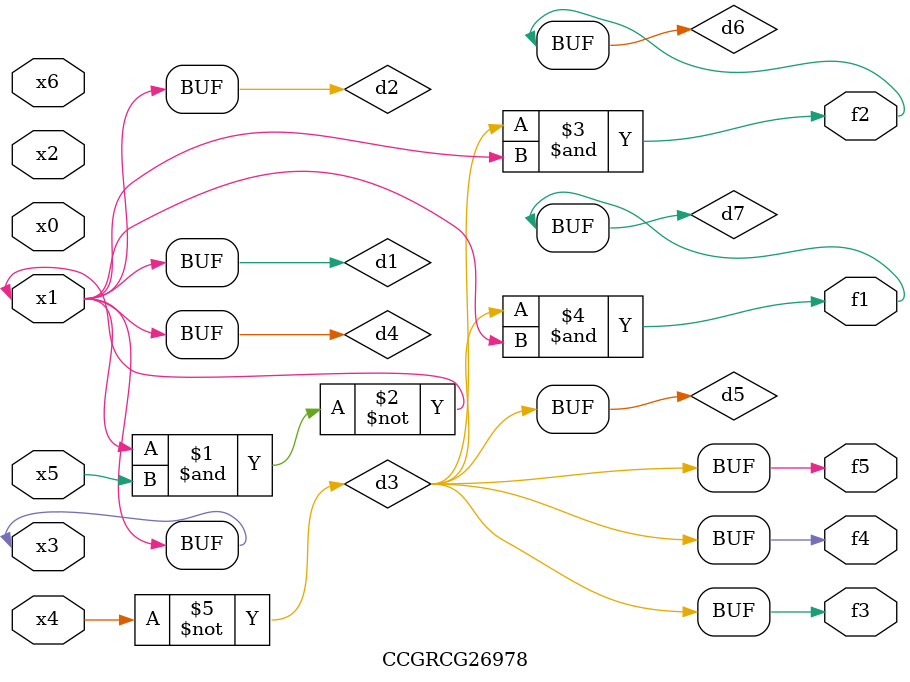
<source format=v>
module CCGRCG26978(
	input x0, x1, x2, x3, x4, x5, x6,
	output f1, f2, f3, f4, f5
);

	wire d1, d2, d3, d4, d5, d6, d7;

	buf (d1, x1, x3);
	nand (d2, x1, x5);
	not (d3, x4);
	buf (d4, d1, d2);
	buf (d5, d3);
	and (d6, d3, d4);
	and (d7, d3, d4);
	assign f1 = d7;
	assign f2 = d6;
	assign f3 = d5;
	assign f4 = d5;
	assign f5 = d5;
endmodule

</source>
